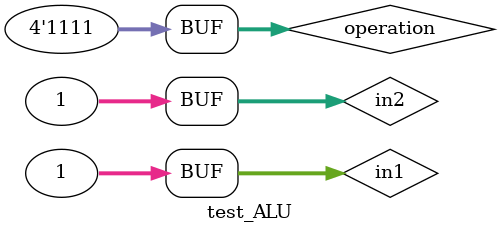
<source format=v>
`timescale 1ns / 1ps

module test_ALU;
  reg [31:0] in1;
  reg [31:0] in2;
  reg [3:0] operation;
  wire [31:0] out;
  wire zero;

  ALU u1 (
      .in1(in1),
      .in2(in2),
      .operation(operation),
      .out(out),
      .zero(zero)
  );

  initial begin
    in1 = 32'hA5A5A5A5;
    in2 = 32'h5A5A5A5A;
    operation = 4'b0000;
    #10;
    operation = 4'b0001;
    #10;
    in1 = 32'd10;
    in2 = 32'd15;
    operation = 4'b0010;
    #10;
    operation = 4'b0110;
    #10;
    operation = 4'b0111;
    #10;
    in1 = 32'hFFFF0000;
    in2 = 32'h0000FFFF;
    operation = 4'b1100;
    #10;
    in1 = 32'd0;
    in2 = 32'd0;
    operation = 4'b0010;
    #10;
    in1 = 32'd1;
    in2 = 32'd1;
    operation = 4'b1111;
    #10;
  end
endmodule

</source>
